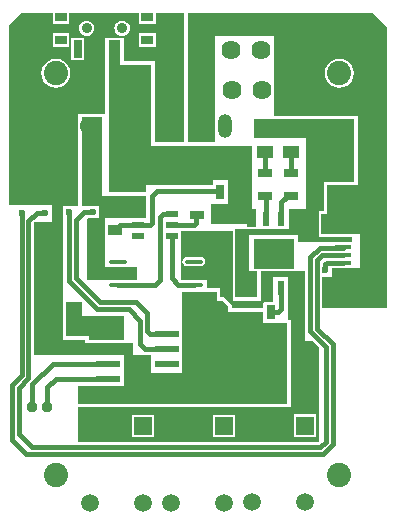
<source format=gbl>
G04*
G04 #@! TF.GenerationSoftware,Altium Limited,Altium Designer,19.0.15 (446)*
G04*
G04 Layer_Physical_Order=2*
G04 Layer_Color=16711680*
%FSLAX44Y44*%
%MOMM*%
G71*
G01*
G75*
%ADD15R,1.3000X0.9000*%
%ADD16R,0.7000X1.3000*%
%ADD17R,1.3000X0.7000*%
%ADD19R,1.2000X2.0000*%
%ADD37C,0.3810*%
%ADD38C,0.9000*%
%ADD39R,1.5300X1.5300*%
%ADD40C,1.5300*%
%ADD41C,0.9500*%
%ADD42C,2.0500*%
%ADD43O,1.2000X2.0000*%
%ADD44R,1.4980X1.4980*%
%ADD45C,1.4980*%
%ADD46C,1.6200*%
%ADD47C,0.6000*%
%ADD48R,0.7000X1.5000*%
%ADD49R,1.0000X0.8000*%
G04:AMPARAMS|DCode=50|XSize=1.97mm|YSize=0.59mm|CornerRadius=0.0738mm|HoleSize=0mm|Usage=FLASHONLY|Rotation=0.000|XOffset=0mm|YOffset=0mm|HoleType=Round|Shape=RoundedRectangle|*
%AMROUNDEDRECTD50*
21,1,1.9700,0.4425,0,0,0.0*
21,1,1.8225,0.5900,0,0,0.0*
1,1,0.1475,0.9113,-0.2213*
1,1,0.1475,-0.9113,-0.2213*
1,1,0.1475,-0.9113,0.2213*
1,1,0.1475,0.9113,0.2213*
%
%ADD50ROUNDEDRECTD50*%
%ADD51R,1.3500X1.0000*%
%ADD52R,0.6000X1.2000*%
%ADD53R,3.4999X2.5000*%
%ADD54R,0.9000X1.3000*%
%ADD55R,1.0000X0.5500*%
%ADD56O,1.5000X0.4000*%
%ADD57R,1.3000X1.6500*%
%ADD58R,1.9000X1.0000*%
%ADD59R,1.9000X1.8000*%
%ADD60R,1.5500X1.4250*%
%ADD61R,1.3800X0.4500*%
G36*
X484000Y463000D02*
X459000D01*
Y531000D01*
X433000D01*
Y551000D01*
X431587D01*
X431504Y552270D01*
X433003Y552467D01*
X434584Y553122D01*
X435942Y554164D01*
X436984Y555522D01*
X437639Y557103D01*
X437862Y558800D01*
X437639Y560497D01*
X436984Y562078D01*
X435942Y563436D01*
X434584Y564478D01*
X433003Y565133D01*
X431306Y565356D01*
X429609Y565133D01*
X428028Y564478D01*
X426670Y563436D01*
X425628Y562078D01*
X424973Y560497D01*
X424750Y558800D01*
X424973Y557103D01*
X425628Y555522D01*
X426670Y554164D01*
X428028Y553122D01*
X429609Y552467D01*
X431108Y552270D01*
X431025Y551000D01*
X417000D01*
Y486000D01*
X405408D01*
X403606Y486237D01*
X401804Y486000D01*
X394000D01*
Y477471D01*
X393873Y476504D01*
X394000Y475537D01*
Y408000D01*
X387736D01*
X386560Y408234D01*
X385384Y408000D01*
X381000D01*
Y295000D01*
X400000D01*
Y292000D01*
X441000D01*
Y282000D01*
X456000D01*
Y267000D01*
X482000D01*
Y336000D01*
X512000D01*
Y328000D01*
X517000D01*
X521000Y324000D01*
Y319000D01*
X551000D01*
Y309000D01*
X571000D01*
Y241000D01*
X394000D01*
Y256000D01*
X433000D01*
Y282000D01*
X357000D01*
Y394803D01*
X357197Y395000D01*
X372000D01*
Y409000D01*
X336000D01*
Y561530D01*
X346470Y572000D01*
X372806D01*
Y562800D01*
X386806D01*
Y572000D01*
X445806D01*
Y562800D01*
X459806D01*
Y572000D01*
X484000D01*
Y463000D01*
D02*
G37*
G36*
X405142Y483978D02*
X405276Y483987D01*
X405408Y483961D01*
X414000D01*
Y417000D01*
X452000D01*
Y398000D01*
X417000D01*
Y394764D01*
X416950D01*
Y381764D01*
X417000D01*
Y356750D01*
X444000D01*
Y346000D01*
X435000Y345948D01*
X402026Y345948D01*
X401975Y397102D01*
X402873Y398000D01*
X412000D01*
Y408000D01*
X407736D01*
X406560Y408234D01*
X405384Y408000D01*
X397000D01*
Y483961D01*
X401804D01*
X401936Y483987D01*
X402070Y483978D01*
X402235Y484000D01*
X404977D01*
X405142Y483978D01*
D02*
G37*
G36*
X430000Y528000D02*
X456000D01*
Y459000D01*
X541000D01*
Y406000D01*
X545000D01*
Y391039D01*
X537000D01*
Y393000D01*
X507000D01*
Y410000D01*
X521000D01*
Y430000D01*
X508000D01*
Y426000D01*
X452000D01*
Y420000D01*
X420000D01*
Y548961D01*
X430000D01*
Y528000D01*
D02*
G37*
G36*
X628000Y429000D02*
X602000D01*
Y404000D01*
X598000D01*
Y382000D01*
X626000D01*
Y378000D01*
X580000D01*
Y384000D01*
X539000D01*
Y353000D01*
X546000D01*
Y331000D01*
X527000D01*
Y389000D01*
X573000D01*
Y406000D01*
X587000D01*
Y466000D01*
X543000D01*
Y482000D01*
X628000D01*
Y429000D01*
D02*
G37*
G36*
X656000Y560000D02*
Y322000D01*
X601000D01*
Y348000D01*
X609000D01*
Y356000D01*
X633000D01*
Y385000D01*
X600039D01*
Y401961D01*
X602000D01*
X602197Y402000D01*
X605000D01*
Y426000D01*
X631000D01*
Y485000D01*
X560000D01*
Y552000D01*
X510000D01*
Y463000D01*
X487000D01*
Y572000D01*
X644000D01*
X656000Y560000D01*
D02*
G37*
G36*
X397000Y315000D02*
X433000D01*
Y295000D01*
X403000D01*
Y298000D01*
X384000D01*
Y327000D01*
X397000D01*
Y315000D01*
D02*
G37*
G36*
X524961Y331000D02*
X525000Y330803D01*
Y328000D01*
X549000D01*
Y353000D01*
X586000Y353000D01*
X586000Y294000D01*
X593000D01*
X598000Y289000D01*
Y209000D01*
X394000Y209000D01*
Y238000D01*
X574000D01*
Y312000D01*
X572000D01*
Y348000D01*
X559000D01*
Y326762D01*
X551928D01*
Y326000D01*
X551000D01*
Y322000D01*
X524899D01*
X524001Y322899D01*
X524004Y324996D01*
X518000Y331000D01*
X514039D01*
Y336000D01*
X514000Y336197D01*
Y339000D01*
X503000D01*
X503000Y346000D01*
X481000D01*
X481000Y387000D01*
X524961D01*
Y331000D01*
D02*
G37*
%LPC*%
G36*
X401306Y565356D02*
X399609Y565133D01*
X398028Y564478D01*
X396670Y563436D01*
X395628Y562078D01*
X394973Y560497D01*
X394750Y558800D01*
X394973Y557103D01*
X395628Y555522D01*
X396670Y554164D01*
X398028Y553122D01*
X399609Y552467D01*
X401306Y552244D01*
X403003Y552467D01*
X404584Y553122D01*
X405942Y554164D01*
X406984Y555522D01*
X407639Y557103D01*
X407862Y558800D01*
X407639Y560497D01*
X406984Y562078D01*
X405942Y563436D01*
X404584Y564478D01*
X403003Y565133D01*
X401306Y565356D01*
D02*
G37*
G36*
X459806Y554800D02*
X445806D01*
Y542800D01*
X459806D01*
Y554800D01*
D02*
G37*
G36*
X386806D02*
X372806D01*
Y542800D01*
X386806D01*
Y554800D01*
D02*
G37*
G36*
X399306Y550800D02*
X388306D01*
Y531800D01*
X399306D01*
Y550800D01*
D02*
G37*
G36*
X375263Y533149D02*
X372066Y532728D01*
X369086Y531494D01*
X366527Y529530D01*
X364563Y526971D01*
X363329Y523991D01*
X362908Y520793D01*
X363329Y517596D01*
X364563Y514616D01*
X366527Y512057D01*
X369086Y510093D01*
X372066Y508859D01*
X375263Y508438D01*
X378461Y508859D01*
X381441Y510093D01*
X384000Y512057D01*
X385964Y514616D01*
X387198Y517596D01*
X387619Y520793D01*
X387198Y523991D01*
X385964Y526971D01*
X384000Y529530D01*
X381441Y531494D01*
X378461Y532728D01*
X375263Y533149D01*
D02*
G37*
G36*
X615263D02*
X612066Y532728D01*
X609086Y531494D01*
X606527Y529530D01*
X604563Y526971D01*
X603329Y523991D01*
X602908Y520793D01*
X603329Y517596D01*
X604563Y514616D01*
X606527Y512057D01*
X609086Y510093D01*
X612066Y508859D01*
X615263Y508438D01*
X618461Y508859D01*
X621441Y510093D01*
X624000Y512057D01*
X625964Y514616D01*
X627198Y517596D01*
X627619Y520793D01*
X627198Y523991D01*
X625964Y526971D01*
X624000Y529530D01*
X621441Y531494D01*
X618461Y532728D01*
X615263Y533149D01*
D02*
G37*
G36*
X497498Y365368D02*
X486498D01*
X484937Y365057D01*
X483614Y364173D01*
X482730Y362850D01*
X482420Y361290D01*
X482730Y359729D01*
X483614Y358406D01*
X484937Y357522D01*
X486498Y357211D01*
X497498D01*
X499059Y357522D01*
X500382Y358406D01*
X501266Y359729D01*
X501576Y361290D01*
X501266Y362850D01*
X500382Y364173D01*
X499059Y365057D01*
X497498Y365368D01*
D02*
G37*
G36*
X595870Y231982D02*
X576890D01*
Y213002D01*
X595870D01*
Y231982D01*
D02*
G37*
G36*
X527290Y231728D02*
X508310D01*
Y212748D01*
X527290D01*
Y231728D01*
D02*
G37*
G36*
X458710D02*
X439730D01*
Y212748D01*
X458710D01*
Y231728D01*
D02*
G37*
%LPD*%
D15*
X391414Y288188D02*
D03*
Y307188D02*
D03*
X425450Y388264D02*
D03*
Y407264D02*
D03*
X516636Y381660D02*
D03*
Y400660D02*
D03*
D16*
X533248Y420116D02*
D03*
X514248D02*
D03*
X576428Y318262D02*
D03*
X557428D02*
D03*
D17*
X574548Y436220D02*
D03*
Y417220D02*
D03*
X494538Y400660D02*
D03*
Y381660D02*
D03*
X552450Y436220D02*
D03*
Y417220D02*
D03*
D19*
X467868Y476504D02*
D03*
D37*
X604012Y209012D02*
Y288798D01*
X599216Y204216D02*
X604012Y209012D01*
X355092Y204216D02*
X599216D01*
X609822Y206578D02*
Y291205D01*
X601650Y198406D02*
X609822Y206578D01*
X350234Y198406D02*
X601650D01*
X436880Y320802D02*
X446278Y311404D01*
X410418Y320802D02*
X436880D01*
X386560Y344660D02*
X410418Y320802D01*
X452088Y302800D02*
Y317718D01*
X442806Y327000D02*
X452088Y317718D01*
X413000Y327000D02*
X442806D01*
X392370Y347630D02*
X413000Y327000D01*
X386560Y344660D02*
Y403136D01*
X392370Y347630D02*
Y396180D01*
X338328Y210312D02*
X350234Y198406D01*
X344170Y215138D02*
X355092Y204216D01*
X338328Y210312D02*
Y257048D01*
X344170Y215138D02*
Y254673D01*
X368046Y255016D02*
X375158Y262128D01*
X368046Y237998D02*
Y255016D01*
X375158Y262128D02*
X419496D01*
X355346Y257633D02*
X372541Y274828D01*
X419496D01*
X355346Y237998D02*
Y257633D01*
X352044Y262547D02*
Y395478D01*
X344170Y254673D02*
X352044Y262547D01*
X346202Y264922D02*
Y402590D01*
X338328Y257048D02*
X346202Y264922D01*
X557682Y318516D02*
X563626D01*
X557428Y318262D02*
X557682Y318516D01*
X563626D02*
X565912Y320802D01*
Y339090D01*
X574548Y436220D02*
Y454312D01*
X552450Y436220D02*
Y454312D01*
X571548Y417220D02*
X574548D01*
X565912Y411584D02*
X571548Y417220D01*
X565912Y397256D02*
Y411584D01*
X552450Y417220D02*
X553212Y416458D01*
Y397256D02*
Y416458D01*
X460756Y420878D02*
X513486D01*
X514248Y420116D01*
X456946Y417068D02*
X460756Y420878D01*
X456946Y394408D02*
Y417068D01*
X454714Y392176D02*
X456946Y394408D01*
X445231Y392176D02*
X454714D01*
X463296Y399288D02*
X465683Y401675D01*
X463296Y345948D02*
Y399288D01*
X459130Y341782D02*
X463296Y345948D01*
X427990Y341782D02*
X459130D01*
X465683Y401675D02*
X473233D01*
X478536Y341782D02*
X491998D01*
X473233Y347085D02*
X478536Y341782D01*
X473233Y347085D02*
Y382677D01*
X429362Y392176D02*
X445231D01*
X425450Y388264D02*
X429362Y392176D01*
X494284Y394208D02*
Y400406D01*
X494538Y400660D01*
X492252Y392176D02*
X494284Y394208D01*
X473233Y392176D02*
X492252D01*
X454660Y300228D02*
X468996D01*
X452088Y302800D02*
X454660Y300228D01*
X399326Y403136D02*
X406560D01*
X392370Y396180D02*
X399326Y403136D01*
X450596Y287528D02*
X468996D01*
X446278Y291846D02*
X450596Y287528D01*
X446278Y291846D02*
Y311404D01*
X359410Y402844D02*
X366268D01*
X352044Y395478D02*
X359410Y402844D01*
X598648Y373185D02*
X618215D01*
X590535Y365072D02*
X598648Y373185D01*
X618215D02*
X618560Y373530D01*
X590535Y302275D02*
X604012Y288798D01*
X590535Y302275D02*
Y365072D01*
X596345Y304682D02*
X609822Y291205D01*
X596345Y304682D02*
Y362665D01*
X600710Y367030D01*
X618560D01*
X603250Y354330D02*
Y359156D01*
X604624Y360530D01*
X618560D01*
D38*
X401306Y558800D02*
D03*
X431306D02*
D03*
D39*
X429006Y476504D02*
D03*
D40*
X403606D02*
D03*
D41*
X355346Y237998D02*
D03*
X368046D02*
D03*
D42*
X375263Y520793D02*
D03*
X615263D02*
D03*
Y180793D02*
D03*
X375263D02*
D03*
D43*
X518668Y476504D02*
D03*
X493268D02*
D03*
D44*
X517800Y222238D02*
D03*
X586380Y222492D02*
D03*
X449220Y222238D02*
D03*
D45*
X472800D02*
D03*
Y157238D02*
D03*
X517800D02*
D03*
X541380Y222492D02*
D03*
Y157492D02*
D03*
X586380D02*
D03*
X404220Y222238D02*
D03*
Y157238D02*
D03*
X449220D02*
D03*
D46*
X549365Y540766D02*
D03*
X523965D02*
D03*
X498565D02*
D03*
X473165D02*
D03*
X549402Y506476D02*
D03*
X524002D02*
D03*
X498602D02*
D03*
X473202D02*
D03*
D47*
X391414Y322580D02*
D03*
X516636Y366776D02*
D03*
X604012Y397764D02*
D03*
X517144Y322580D02*
D03*
X501952Y275539D02*
D03*
X538226Y245618D02*
D03*
X469646D02*
D03*
X401066D02*
D03*
X406560Y403136D02*
D03*
X386560D02*
D03*
X366268Y402844D02*
D03*
X346202Y402590D02*
D03*
X603250Y354330D02*
D03*
D48*
X393806Y541300D02*
D03*
X423806D02*
D03*
X438806D02*
D03*
D49*
X452806Y548800D02*
D03*
Y568800D02*
D03*
X379806D02*
D03*
Y548800D02*
D03*
D50*
X419496Y262128D02*
D03*
Y274828D02*
D03*
Y287528D02*
D03*
Y300228D02*
D03*
X468996D02*
D03*
Y287528D02*
D03*
Y274828D02*
D03*
Y262128D02*
D03*
D51*
X552450Y474312D02*
D03*
Y454312D02*
D03*
X574548Y474312D02*
D03*
Y454312D02*
D03*
D52*
X578612Y339090D02*
D03*
X565912D02*
D03*
X553212D02*
D03*
X540512D02*
D03*
Y397256D02*
D03*
X553212D02*
D03*
X565912D02*
D03*
X578612D02*
D03*
D53*
X559562Y368173D02*
D03*
D54*
X594004Y419608D02*
D03*
X613004D02*
D03*
D55*
X473233Y382677D02*
D03*
Y392176D02*
D03*
Y401675D02*
D03*
X445231D02*
D03*
Y392176D02*
D03*
Y382677D02*
D03*
D56*
X491998Y361290D02*
D03*
Y354787D02*
D03*
Y348285D02*
D03*
Y341782D02*
D03*
X427990Y361290D02*
D03*
Y354787D02*
D03*
Y348285D02*
D03*
Y341782D02*
D03*
D57*
X645160Y333280D02*
D03*
Y400780D02*
D03*
D58*
Y351530D02*
D03*
D59*
Y378530D02*
D03*
D60*
X619410Y391905D02*
D03*
Y342155D02*
D03*
D61*
X618560Y354030D02*
D03*
Y360530D02*
D03*
Y367030D02*
D03*
Y373530D02*
D03*
Y380030D02*
D03*
M02*

</source>
